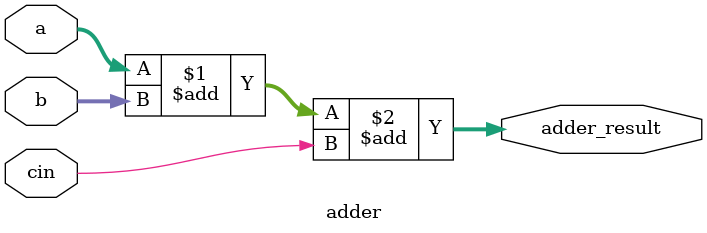
<source format=v>

module adder(
    input [31:0]a,
    input [31:0]b,
    input cin,
    output wire [31:0] adder_result
    );
    
    assign adder_result=a+b+cin;
    

endmodule

</source>
